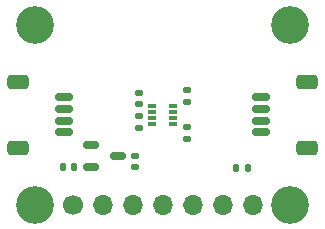
<source format=gbr>
%TF.GenerationSoftware,KiCad,Pcbnew,8.0.3-8.0.3-0~ubuntu23.10.1*%
%TF.CreationDate,2024-08-01T21:15:56-04:00*%
%TF.ProjectId,OPT4001,4f505434-3030-4312-9e6b-696361645f70,rev?*%
%TF.SameCoordinates,Original*%
%TF.FileFunction,Soldermask,Top*%
%TF.FilePolarity,Negative*%
%FSLAX46Y46*%
G04 Gerber Fmt 4.6, Leading zero omitted, Abs format (unit mm)*
G04 Created by KiCad (PCBNEW 8.0.3-8.0.3-0~ubuntu23.10.1) date 2024-08-01 21:15:56*
%MOMM*%
%LPD*%
G01*
G04 APERTURE LIST*
G04 Aperture macros list*
%AMRoundRect*
0 Rectangle with rounded corners*
0 $1 Rounding radius*
0 $2 $3 $4 $5 $6 $7 $8 $9 X,Y pos of 4 corners*
0 Add a 4 corners polygon primitive as box body*
4,1,4,$2,$3,$4,$5,$6,$7,$8,$9,$2,$3,0*
0 Add four circle primitives for the rounded corners*
1,1,$1+$1,$2,$3*
1,1,$1+$1,$4,$5*
1,1,$1+$1,$6,$7*
1,1,$1+$1,$8,$9*
0 Add four rect primitives between the rounded corners*
20,1,$1+$1,$2,$3,$4,$5,0*
20,1,$1+$1,$4,$5,$6,$7,0*
20,1,$1+$1,$6,$7,$8,$9,0*
20,1,$1+$1,$8,$9,$2,$3,0*%
G04 Aperture macros list end*
%ADD10RoundRect,0.135000X-0.185000X0.135000X-0.185000X-0.135000X0.185000X-0.135000X0.185000X0.135000X0*%
%ADD11C,3.200000*%
%ADD12RoundRect,0.150000X-0.625000X0.150000X-0.625000X-0.150000X0.625000X-0.150000X0.625000X0.150000X0*%
%ADD13RoundRect,0.250000X-0.650000X0.350000X-0.650000X-0.350000X0.650000X-0.350000X0.650000X0.350000X0*%
%ADD14RoundRect,0.135000X-0.135000X-0.185000X0.135000X-0.185000X0.135000X0.185000X-0.135000X0.185000X0*%
%ADD15RoundRect,0.140000X0.140000X0.170000X-0.140000X0.170000X-0.140000X-0.170000X0.140000X-0.170000X0*%
%ADD16RoundRect,0.150000X-0.512500X-0.150000X0.512500X-0.150000X0.512500X0.150000X-0.512500X0.150000X0*%
%ADD17RoundRect,0.135000X0.185000X-0.135000X0.185000X0.135000X-0.185000X0.135000X-0.185000X-0.135000X0*%
%ADD18RoundRect,0.140000X0.170000X-0.140000X0.170000X0.140000X-0.170000X0.140000X-0.170000X-0.140000X0*%
%ADD19RoundRect,0.140000X-0.170000X0.140000X-0.170000X-0.140000X0.170000X-0.140000X0.170000X0.140000X0*%
%ADD20RoundRect,0.150000X0.625000X-0.150000X0.625000X0.150000X-0.625000X0.150000X-0.625000X-0.150000X0*%
%ADD21RoundRect,0.250000X0.650000X-0.350000X0.650000X0.350000X-0.650000X0.350000X-0.650000X-0.350000X0*%
%ADD22R,0.720000X0.300000*%
%ADD23O,1.700000X1.700000*%
%ADD24C,1.700000*%
G04 APERTURE END LIST*
D10*
%TO.C,R1*%
X117000000Y-95390000D03*
X117000000Y-96410000D03*
%TD*%
D11*
%TO.C,H1*%
X108204000Y-87630000D03*
%TD*%
D12*
%TO.C,J1*%
X110664000Y-93750000D03*
X110664000Y-94750000D03*
X110664000Y-95750000D03*
X110664000Y-96750000D03*
D13*
X106789000Y-92450000D03*
X106789000Y-98050000D03*
%TD*%
D11*
%TO.C,H4*%
X129794000Y-87630000D03*
%TD*%
D14*
%TO.C,R6*%
X125190000Y-99800000D03*
X126210000Y-99800000D03*
%TD*%
D15*
%TO.C,C3*%
X111490000Y-99691100D03*
X110530000Y-99691100D03*
%TD*%
D11*
%TO.C,H3*%
X108204000Y-102870000D03*
%TD*%
D16*
%TO.C,U2*%
X112942500Y-97791100D03*
X112942500Y-99691100D03*
X115217500Y-98741100D03*
%TD*%
D17*
%TO.C,R4*%
X121100000Y-97310000D03*
X121100000Y-96290000D03*
%TD*%
D11*
%TO.C,H2*%
X129794000Y-102870000D03*
%TD*%
D18*
%TO.C,C1*%
X117000000Y-94380000D03*
X117000000Y-93420000D03*
%TD*%
D19*
%TO.C,C2*%
X116680000Y-98741100D03*
X116680000Y-99701100D03*
%TD*%
D10*
%TO.C,R3*%
X121100000Y-93190000D03*
X121100000Y-94210000D03*
%TD*%
D20*
%TO.C,J2*%
X127334000Y-96750000D03*
X127334000Y-95750000D03*
X127334000Y-94750000D03*
X127334000Y-93750000D03*
D21*
X131209000Y-98050000D03*
X131209000Y-92450000D03*
%TD*%
D22*
%TO.C,U1*%
X118139000Y-94500000D03*
X118139000Y-95000000D03*
X118139000Y-95500000D03*
X118139000Y-96000000D03*
X119859000Y-96000000D03*
X119859000Y-95500000D03*
X119859000Y-95000000D03*
X119859000Y-94500000D03*
%TD*%
D23*
%TO.C,J3*%
X126614000Y-102870000D03*
X124074000Y-102870000D03*
X121534000Y-102870000D03*
X118994000Y-102870000D03*
X116454000Y-102870000D03*
X113914000Y-102870000D03*
D24*
X111374000Y-102870000D03*
%TD*%
M02*

</source>
